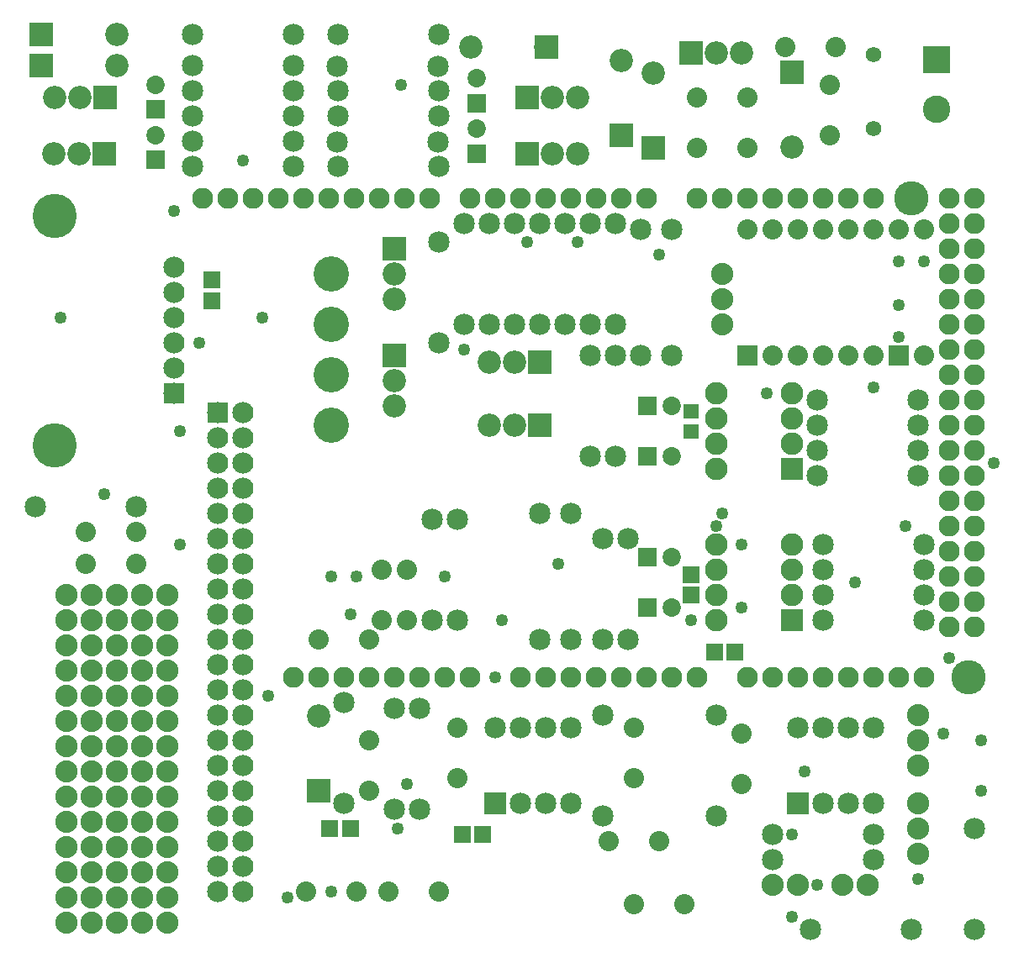
<source format=gts>
G04 MADE WITH FRITZING*
G04 WWW.FRITZING.ORG*
G04 DOUBLE SIDED*
G04 HOLES PLATED*
G04 CONTOUR ON CENTER OF CONTOUR VECTOR*
%ASAXBY*%
%FSLAX23Y23*%
%MOIN*%
%OFA0B0*%
%SFA1.0B1.0*%
%ADD10C,0.049370*%
%ADD11C,0.084000*%
%ADD12C,0.175354*%
%ADD13C,0.080000*%
%ADD14C,0.085000*%
%ADD15C,0.088000*%
%ADD16C,0.140000*%
%ADD17C,0.082917*%
%ADD18C,0.135984*%
%ADD19C,0.092000*%
%ADD20C,0.061496*%
%ADD21C,0.089370*%
%ADD22C,0.072992*%
%ADD23C,0.109055*%
%ADD24R,0.069055X0.065118*%
%ADD25R,0.065118X0.069055*%
%ADD26R,0.084000X0.084000*%
%ADD27R,0.080000X0.080000*%
%ADD28R,0.085000X0.085000*%
%ADD29R,0.092000X0.092000*%
%ADD30R,0.089370X0.089370*%
%ADD31R,0.072992X0.072992*%
%ADD32R,0.109055X0.109055*%
%ADD33C,0.010000*%
%LNMASK1*%
G90*
G70*
G54D10*
X2666Y1453D03*
X616Y3078D03*
G54D11*
X616Y2353D03*
X616Y2453D03*
X616Y2553D03*
X616Y2653D03*
X616Y2753D03*
X616Y2853D03*
G54D12*
X144Y2148D03*
X144Y3058D03*
G54D10*
X3491Y2878D03*
X3491Y2703D03*
X3491Y2578D03*
X3066Y603D03*
X3116Y853D03*
X3591Y2878D03*
X2216Y2953D03*
X2016Y2953D03*
X966Y2653D03*
X716Y2553D03*
X341Y1953D03*
X641Y2203D03*
X641Y1753D03*
X2866Y1753D03*
X2966Y2353D03*
X3391Y2378D03*
X1502Y628D03*
G54D13*
X3591Y3003D03*
X3591Y2503D03*
X3491Y3003D03*
X3491Y2503D03*
X3391Y3003D03*
X3391Y2503D03*
X3291Y3003D03*
X3291Y2503D03*
X3191Y3003D03*
X3191Y2503D03*
X3091Y3003D03*
X3091Y2503D03*
X2991Y3003D03*
X2991Y2503D03*
X2891Y3003D03*
X2891Y2503D03*
G54D10*
X3866Y2078D03*
X1516Y3578D03*
X3166Y403D03*
X3816Y978D03*
X3816Y778D03*
X891Y3278D03*
X1541Y803D03*
X1891Y1228D03*
G54D14*
X3791Y228D03*
X3791Y628D03*
X3141Y228D03*
X3541Y228D03*
G54D15*
X191Y1553D03*
X291Y1553D03*
X391Y1553D03*
X491Y1553D03*
X591Y1553D03*
X191Y253D03*
X291Y253D03*
X391Y253D03*
X491Y253D03*
X591Y253D03*
X191Y853D03*
X191Y1153D03*
X191Y353D03*
X291Y353D03*
X391Y353D03*
X491Y353D03*
X591Y353D03*
X191Y1353D03*
X191Y1253D03*
X191Y1053D03*
X191Y753D03*
X191Y453D03*
X191Y953D03*
X191Y1453D03*
X191Y653D03*
X191Y553D03*
X291Y853D03*
X291Y1153D03*
X291Y1353D03*
X291Y1253D03*
X291Y1053D03*
X291Y753D03*
X291Y453D03*
X291Y953D03*
X291Y1453D03*
X291Y653D03*
X291Y553D03*
X391Y853D03*
X391Y1153D03*
X391Y1353D03*
X391Y1253D03*
X391Y1053D03*
X391Y753D03*
X391Y453D03*
X391Y953D03*
X391Y1453D03*
X391Y653D03*
X391Y553D03*
X491Y853D03*
X491Y1153D03*
X491Y1353D03*
X491Y1253D03*
X491Y1053D03*
X491Y753D03*
X491Y453D03*
X491Y953D03*
X491Y1453D03*
X491Y653D03*
X491Y553D03*
X591Y453D03*
X591Y553D03*
X591Y653D03*
X591Y753D03*
X591Y853D03*
X591Y953D03*
X591Y1053D03*
X591Y1153D03*
X591Y1253D03*
X591Y1353D03*
X591Y1453D03*
G54D14*
X1891Y728D03*
X1891Y1028D03*
X1991Y728D03*
X1991Y1028D03*
X2091Y728D03*
X2091Y1028D03*
X2191Y728D03*
X2191Y1028D03*
G54D16*
X1241Y2628D03*
X1241Y2828D03*
X1241Y2428D03*
X1241Y2228D03*
X1241Y2628D03*
X1241Y2828D03*
X1241Y2428D03*
X1241Y2228D03*
G54D10*
X1316Y1478D03*
X3316Y1603D03*
X2866Y1503D03*
X2141Y1678D03*
X1691Y1628D03*
X1241Y378D03*
X1066Y353D03*
X166Y2653D03*
X3566Y428D03*
X2541Y2903D03*
X3066Y278D03*
X2791Y1878D03*
X2766Y1828D03*
X1241Y1628D03*
X1341Y1628D03*
X3516Y1828D03*
G54D14*
X3091Y728D03*
X3091Y1028D03*
X3191Y728D03*
X3191Y1028D03*
X3291Y728D03*
X3291Y1028D03*
X3391Y728D03*
X3391Y1028D03*
G54D11*
X891Y2278D03*
X891Y2178D03*
X891Y2078D03*
X891Y1978D03*
X891Y1878D03*
X891Y1778D03*
X891Y1678D03*
X891Y1578D03*
X891Y1478D03*
X891Y1378D03*
X891Y1278D03*
X891Y1178D03*
X891Y1078D03*
X891Y978D03*
X891Y878D03*
X891Y778D03*
X891Y678D03*
X891Y578D03*
X891Y478D03*
X891Y378D03*
X791Y2278D03*
X791Y2178D03*
X791Y2078D03*
X791Y1978D03*
X791Y1878D03*
X791Y1778D03*
X791Y1678D03*
X791Y1578D03*
X791Y1478D03*
X791Y1378D03*
X791Y1278D03*
X791Y1178D03*
X791Y1078D03*
X791Y978D03*
X791Y878D03*
X791Y778D03*
X791Y678D03*
X791Y578D03*
X791Y478D03*
X791Y378D03*
G54D17*
X2991Y1228D03*
X1391Y1228D03*
X3091Y1228D03*
X3191Y1228D03*
X3291Y1228D03*
X3391Y1228D03*
X3691Y2628D03*
X3491Y1228D03*
X3591Y1228D03*
X1431Y3128D03*
X1991Y1228D03*
X2091Y1228D03*
X2191Y1228D03*
X2291Y1228D03*
X3691Y1828D03*
X2391Y1228D03*
X2491Y1228D03*
X2591Y1228D03*
X2691Y1228D03*
X2191Y3128D03*
X3691Y3028D03*
X3691Y2228D03*
X3691Y1428D03*
X1031Y3128D03*
X1791Y1228D03*
X1791Y3128D03*
X3691Y2828D03*
X3691Y2428D03*
X3691Y2028D03*
X3391Y3128D03*
X3691Y1628D03*
X3291Y3128D03*
X3191Y3128D03*
X3091Y3128D03*
X2991Y3128D03*
X2891Y3128D03*
X2791Y3128D03*
X2691Y3128D03*
X831Y3128D03*
X1231Y3128D03*
X1631Y3128D03*
X1191Y1228D03*
X1591Y1228D03*
X2391Y3128D03*
X1991Y3128D03*
X3691Y3128D03*
X3691Y2928D03*
X3691Y2728D03*
X3691Y2528D03*
X3691Y2328D03*
X3691Y2128D03*
X3691Y1928D03*
X3691Y1728D03*
X3691Y1528D03*
X731Y3128D03*
X931Y3128D03*
X1131Y3128D03*
X1331Y3128D03*
X1531Y3128D03*
X1091Y1228D03*
X1291Y1228D03*
X1491Y1228D03*
X1691Y1228D03*
X2491Y3128D03*
X2291Y3128D03*
X2091Y3128D03*
X1891Y3128D03*
X3791Y3128D03*
X3791Y3028D03*
X3791Y2928D03*
X3791Y2828D03*
X3791Y2728D03*
X3791Y2628D03*
X3791Y2528D03*
X3791Y2428D03*
X3791Y2328D03*
X3791Y2228D03*
X3791Y2128D03*
X3791Y2028D03*
X3791Y1928D03*
X3791Y1828D03*
X3791Y1728D03*
X3791Y1628D03*
X3791Y1528D03*
X3791Y1428D03*
X2891Y1228D03*
G54D18*
X3766Y1228D03*
X3541Y3128D03*
G54D19*
X1491Y2503D03*
X1491Y2403D03*
X1491Y2303D03*
X2066Y2478D03*
X1966Y2478D03*
X1866Y2478D03*
X1491Y2928D03*
X1491Y2828D03*
X1491Y2728D03*
X2066Y2228D03*
X1966Y2228D03*
X1866Y2228D03*
G54D13*
X1191Y1378D03*
X1391Y1378D03*
G54D14*
X1291Y728D03*
X1291Y1128D03*
G54D19*
X2516Y3328D03*
X2516Y3626D03*
G54D14*
X466Y1903D03*
X66Y1903D03*
G54D15*
X3566Y528D03*
X3566Y628D03*
X3566Y728D03*
X3566Y1078D03*
X3566Y978D03*
X3566Y878D03*
X2791Y2828D03*
X2791Y2728D03*
X2791Y2628D03*
G54D14*
X2991Y603D03*
X3391Y603D03*
X2991Y503D03*
X3391Y503D03*
G54D15*
X2991Y403D03*
X3091Y403D03*
X3266Y403D03*
X3366Y403D03*
G54D14*
X3591Y1453D03*
X3191Y1453D03*
X2366Y3028D03*
X2366Y2628D03*
X2266Y3028D03*
X2266Y2628D03*
X3566Y2028D03*
X3166Y2028D03*
X3591Y1753D03*
X3191Y1753D03*
X2166Y3028D03*
X2166Y2628D03*
X1666Y2953D03*
X1666Y2553D03*
X3566Y2328D03*
X3166Y2328D03*
G54D19*
X2666Y3703D03*
X2766Y3703D03*
X2866Y3703D03*
G54D13*
X3041Y3728D03*
X3241Y3728D03*
X2891Y3528D03*
X2891Y3328D03*
X3216Y3378D03*
X3216Y3578D03*
X2691Y3528D03*
X2691Y3328D03*
G54D19*
X3066Y3628D03*
X3066Y3330D03*
G54D20*
X3391Y3403D03*
X3391Y3698D03*
X3391Y3403D03*
X3391Y3698D03*
G54D21*
X3066Y1453D03*
X2766Y1453D03*
X3066Y1553D03*
X2766Y1553D03*
X3066Y1653D03*
X2766Y1653D03*
X3066Y1753D03*
X2766Y1753D03*
X3066Y2053D03*
X2766Y2053D03*
X3066Y2153D03*
X2766Y2153D03*
X3066Y2253D03*
X2766Y2253D03*
X3066Y2353D03*
X2766Y2353D03*
G54D14*
X3591Y1553D03*
X3191Y1553D03*
X1866Y3028D03*
X1866Y2628D03*
X1966Y3028D03*
X1966Y2628D03*
X3566Y2128D03*
X3166Y2128D03*
X3591Y1653D03*
X3191Y1653D03*
X2066Y3028D03*
X2066Y2628D03*
X1766Y3028D03*
X1766Y2628D03*
X3566Y2228D03*
X3166Y2228D03*
X2066Y1378D03*
X2066Y1878D03*
X2591Y2503D03*
X2591Y3003D03*
X2191Y1878D03*
X2191Y1378D03*
X2466Y3003D03*
X2466Y2503D03*
X2416Y1778D03*
X2416Y1378D03*
X2266Y2103D03*
X2266Y2503D03*
X2316Y1778D03*
X2316Y1378D03*
X2366Y2103D03*
X2366Y2503D03*
G54D22*
X2493Y1703D03*
X2591Y1703D03*
X2493Y2303D03*
X2591Y2303D03*
X2493Y1503D03*
X2591Y1503D03*
X2493Y2103D03*
X2591Y2103D03*
G54D14*
X1741Y1853D03*
X1741Y1453D03*
G54D13*
X1741Y828D03*
X1741Y1028D03*
X1666Y378D03*
X1466Y378D03*
X1391Y778D03*
X1391Y978D03*
X1341Y378D03*
X1141Y378D03*
G54D14*
X1591Y703D03*
X1591Y1103D03*
X1491Y703D03*
X1491Y1103D03*
G54D19*
X1191Y778D03*
X1191Y1076D03*
G54D13*
X2866Y803D03*
X2866Y1003D03*
X266Y1678D03*
X466Y1678D03*
X2441Y828D03*
X2441Y1028D03*
X266Y1803D03*
X466Y1803D03*
X2341Y578D03*
X2541Y578D03*
X2641Y328D03*
X2441Y328D03*
G54D14*
X2766Y678D03*
X2766Y1078D03*
X2316Y678D03*
X2316Y1078D03*
G54D13*
X1441Y1453D03*
X1441Y1653D03*
X1541Y1653D03*
X1541Y1453D03*
G54D14*
X1641Y1853D03*
X1641Y1453D03*
X1091Y3253D03*
X691Y3253D03*
X1266Y3253D03*
X1666Y3253D03*
X1091Y3553D03*
X691Y3553D03*
X1266Y3553D03*
X1666Y3553D03*
G54D22*
X542Y3281D03*
X542Y3379D03*
X1816Y3305D03*
X1816Y3403D03*
X542Y3481D03*
X542Y3579D03*
X1816Y3505D03*
X1816Y3603D03*
G54D19*
X91Y3653D03*
X389Y3653D03*
X2091Y3728D03*
X1793Y3728D03*
X91Y3778D03*
X389Y3778D03*
X2391Y3378D03*
X2391Y3676D03*
X341Y3303D03*
X241Y3303D03*
X141Y3303D03*
X2016Y3303D03*
X2116Y3303D03*
X2216Y3303D03*
X342Y3529D03*
X242Y3529D03*
X142Y3529D03*
X2016Y3528D03*
X2116Y3528D03*
X2216Y3528D03*
G54D14*
X1091Y3353D03*
X691Y3353D03*
X1265Y3352D03*
X1665Y3352D03*
X1091Y3653D03*
X691Y3653D03*
X1265Y3652D03*
X1665Y3652D03*
X1091Y3453D03*
X691Y3453D03*
X1266Y3453D03*
X1666Y3453D03*
X1091Y3778D03*
X691Y3778D03*
X1266Y3778D03*
X1666Y3778D03*
G54D23*
X3641Y3678D03*
X3641Y3481D03*
G54D10*
X1766Y2528D03*
X991Y1153D03*
X1916Y1453D03*
X3666Y1003D03*
X3691Y1303D03*
G54D24*
X2666Y1553D03*
X2666Y1634D03*
X766Y2803D03*
X766Y2722D03*
G54D25*
X1841Y603D03*
X1760Y603D03*
X1235Y628D03*
X1316Y628D03*
X2841Y1328D03*
X2760Y1328D03*
G54D26*
X616Y2353D03*
G54D27*
X2891Y2503D03*
X3491Y2503D03*
G54D28*
X1891Y728D03*
X3091Y728D03*
G54D26*
X791Y2278D03*
G54D29*
X1491Y2503D03*
X2066Y2478D03*
X1491Y2928D03*
X2066Y2228D03*
X2516Y3327D03*
X2666Y3703D03*
X3066Y3629D03*
G54D30*
X3066Y1453D03*
X3066Y2053D03*
G54D31*
X2493Y1703D03*
X2493Y2303D03*
X2493Y1503D03*
X2493Y2103D03*
G54D29*
X1191Y777D03*
G54D31*
X542Y3281D03*
X1816Y3305D03*
X542Y3481D03*
X1816Y3505D03*
G54D29*
X90Y3653D03*
X2092Y3728D03*
X90Y3778D03*
X2391Y3377D03*
X341Y3303D03*
X2016Y3303D03*
X342Y3529D03*
X2016Y3528D03*
G54D32*
X3641Y3678D03*
G54D33*
G36*
X2637Y2231D02*
X2696Y2231D01*
X2696Y2175D01*
X2637Y2175D01*
X2637Y2231D01*
G37*
D02*
G36*
X2637Y2311D02*
X2696Y2311D01*
X2696Y2256D01*
X2637Y2256D01*
X2637Y2311D01*
G37*
D02*
G04 End of Mask1*
M02*
</source>
